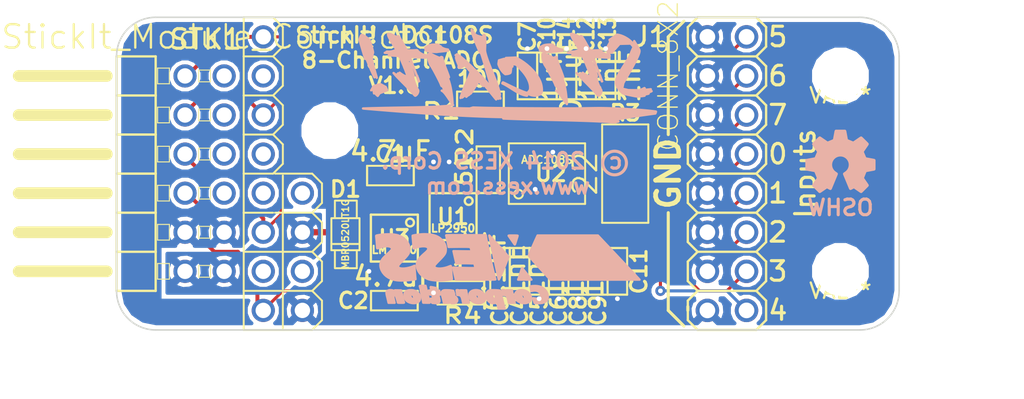
<source format=kicad_pcb>
(kicad_pcb (version 3) (host pcbnew "(2014-02-04 BZR 4659)-product")
  (title_block (title "StickIt! ADC108S") (date "Saturday, March 15, 2014") (rev 1.0) (company "XESS Corp."))
  (layers (15 F.Cu signal) (0 B.Cu signal) (18 B.Paste user) (19 F.Paste user) (20 B.SilkS user) (21 F.SilkS user) (22 B.Mask user) (23 F.Mask user) (28 Edge.Cuts user))
  (net 0 "")
  (net 1 /AVDD)
  (net 2 /DIN)
  (net 3 /DOUT)
  (net 4 /DVDD)
  (net 5 /GND)
  (net 6 /IN0)
  (net 7 /IN1)
  (net 8 /IN2)
  (net 9 /IN3)
  (net 10 /IN4)
  (net 11 /IN5)
  (net 12 /IN6)
  (net 13 /IN7)
  (net 14 /SCLK)
  (net 15 /VCC)
  (net 16 /~CS)
  (net 17 "Net-(C1-Pad1)")
  (net 18 "Net-(C1-Pad2)")
  (net 19 "Net-(C11-Pad1)")
  (net 20 "Net-(C12-Pad1)")
  (net 21 "Net-(C13-Pad1)")
  (net 22 "Net-(C14-Pad1)")
  (net 23 "Net-(C2-Pad1)")
  (net 24 "Net-(C3-Pad2)")
  (net 25 "Net-(C5-Pad1)")
  (net 26 "Net-(C6-Pad1)")
  (net 27 "Net-(C8-Pad1)")
  (net 28 "Net-(C9-Pad1)")
  (net 29 "Net-(J1-Pad+2V5)")
  (net 30 "Net-(J1-Pad+5V0)")
  (net 31 "Net-(J1-PadAIO1)")
  (net 32 "Net-(J1-PadAIO2)")
  (net 33 "Net-(J1-PadAIO3)")
  (net 34 "Net-(J1-PadAIO4)")
  (net 35 "Net-(J1-PadCIO2)")
  (net 36 "Net-(J1-PadCIO4)")
  (net 37 "Net-(J1-PadCIO5)")
  (net 38 "Net-(J1-PadCIO7)")
  (net 39 "Net-(R1-Pad1)")
  (net 40 "Net-(U1-Pad5)")
  (net 41 "Net-(U1-Pad6)")
  (net 42 "Net-(U3-Pad7)")
  (module ssop:SSOP-8 (layer F.Cu) (at 148.844 114.554 180)
    (fp_text reference U1 (at 0 0 180) (layer F.SilkS) (effects (font (size 1.016 1.016) (thickness 0.2032))))
    (fp_text value LP2950 (at 0 -0.762 180) (layer F.SilkS) (effects (font (size 0.5 0.508) (thickness 0.12))))
    (pad 1 smd rect (at -0.9779 2.2225 180) (size 0.4064 1.27) (layers F.Cu F.Paste F.Mask) (net 1 /AVDD))
    (pad 2 smd rect (at -0.3302 2.2225 180) (size 0.4064 1.27) (layers F.Cu F.Paste F.Mask) (net 1 /AVDD))
    (pad 3 smd rect (at 0.3302 2.2225 180) (size 0.4064 1.27) (layers F.Cu F.Paste F.Mask) (net 5 /GND))
    (pad 4 smd rect (at 0.9779 2.2225 180) (size 0.4064 1.27) (layers F.Cu F.Paste F.Mask) (net 5 /GND))
    (pad 5 smd rect (at 0.9779 -2.2225 180) (size 0.4064 1.27) (layers F.Cu F.Paste F.Mask) (net 40 "Net-(U1-Pad5)"))
    (pad 6 smd rect (at 0.3302 -2.2225 180) (size 0.4064 1.27) (layers F.Cu F.Paste F.Mask) (net 41 "Net-(U1-Pad6)"))
    (pad 7 smd rect (at -0.3302 -2.2225 180) (size 0.4064 1.27) (layers F.Cu F.Paste F.Mask) (net 41 "Net-(U1-Pad6)"))
    (pad 8 smd rect (at -0.9779 -2.2225 180) (size 0.4064 1.27) (layers F.Cu F.Paste F.Mask) (net 23 "Net-(C2-Pad1)"))
  )
  (module ssop:SSOP-16 (layer F.Cu) (at 154.94 111.76)
    (fp_text reference U2 (at 0.254 0 180) (layer F.SilkS) (effects (font (size 1.016 1.016) (thickness 0.2032))))
    (fp_text value ADC108S (at 0 -0.89916) (layer F.SilkS) (effects (font (size 0.50038 0.50038) (thickness 0.09906))))
    (pad 4 smd rect (at -0.3175 2.8) (size 0.4 1.4) (layers F.Cu F.Paste F.Mask) (net 25 "Net-(C5-Pad1)"))
    (pad 5 smd rect (at 0.3175 2.8) (size 0.4 1.4) (layers F.Cu F.Paste F.Mask) (net 26 "Net-(C6-Pad1)"))
    (pad 6 smd rect (at 0.9525 2.8) (size 0.4 1.4) (layers F.Cu F.Paste F.Mask) (net 27 "Net-(C8-Pad1)"))
    (pad 7 smd rect (at 1.5875 2.8) (size 0.4 1.4) (layers F.Cu F.Paste F.Mask) (net 28 "Net-(C9-Pad1)"))
    (pad 16 smd rect (at -2.2225 -2.8) (size 0.4 1.4) (layers F.Cu F.Paste F.Mask) (net 14 /SCLK))
    (pad 1 smd rect (at -2.2225 2.8) (size 0.4 1.4) (layers F.Cu F.Paste F.Mask) (net 16 /~CS))
    (pad 2 smd rect (at -1.5875 2.8) (size 0.4 1.4) (layers F.Cu F.Paste F.Mask) (net 1 /AVDD))
    (pad 3 smd rect (at -0.9525 2.8) (size 0.4 1.4) (layers F.Cu F.Paste F.Mask) (net 5 /GND))
    (pad 9 smd rect (at 2.2225 -2.8) (size 0.4 1.4) (layers F.Cu F.Paste F.Mask) (net 20 "Net-(C12-Pad1)"))
    (pad 10 smd rect (at 1.5875 -2.8) (size 0.4 1.4) (layers F.Cu F.Paste F.Mask) (net 21 "Net-(C13-Pad1)"))
    (pad 11 smd rect (at 0.9525 -2.8) (size 0.4 1.4) (layers F.Cu F.Paste F.Mask) (net 22 "Net-(C14-Pad1)"))
    (pad 12 smd rect (at 0.3175 -2.8) (size 0.4 1.4) (layers F.Cu F.Paste F.Mask) (net 5 /GND))
    (pad 13 smd rect (at -0.3175 -2.8) (size 0.4 1.4) (layers F.Cu F.Paste F.Mask) (net 4 /DVDD))
    (pad 14 smd rect (at -0.9525 -2.8) (size 0.4 1.4) (layers F.Cu F.Paste F.Mask) (net 2 /DIN))
    (pad 8 smd rect (at 2.2225 2.8) (size 0.4 1.4) (layers F.Cu F.Paste F.Mask) (net 19 "Net-(C11-Pad1)"))
    (pad 15 smd rect (at -1.5875 -2.8) (size 0.4 1.4) (layers F.Cu F.Paste F.Mask) (net 39 "Net-(R1-Pad1)"))
  )
  (module rcl:rcl-R0603 (layer F.Cu) (at 150.622 107.188 180)
    (fp_text reference R1 (at 2.54 -0.508 180) (layer F.SilkS) (effects (font (size 1.016 1.27) (thickness 0.2032))))
    (fp_text value 100 (at 0.0508 1.5748 180) (layer F.SilkS) (effects (font (size 1.016 1.016) (thickness 0.2032))))
    (pad 1 smd rect (at -0.84836 0 180) (size 0.99822 1.09982) (layers F.Cu F.Paste F.Mask) (net 39 "Net-(R1-Pad1)"))
    (pad 2 smd rect (at 0.84836 0 180) (size 0.99822 1.09982) (layers F.Cu F.Paste F.Mask) (net 3 /DOUT))
  )
  (module rcl:rcl-R0603 (layer F.Cu) (at 151.13 111.506 270)
    (fp_text reference R2 (at -1.524 1.524 270) (layer F.SilkS) (effects (font (size 1.016 1.27) (thickness 0.2032))))
    (fp_text value 51 (at 0.0508 1.5748 270) (layer F.SilkS) (effects (font (size 1.016 1.016) (thickness 0.2032))))
    (pad 1 smd rect (at -0.84836 0 270) (size 0.99822 1.09982) (layers F.Cu F.Paste F.Mask) (net 4 /DVDD))
    (pad 2 smd rect (at 0.84836 0 270) (size 0.99822 1.09982) (layers F.Cu F.Paste F.Mask) (net 1 /AVDD))
  )
  (module pinhead:pinhead-2X08 (layer F.Cu) (at 166.624 111.76 270)
    (fp_text reference J1 (at -8.89 4.953 360) (layer F.SilkS) (effects (font (size 1.27 1.27) (thickness 0.2032))))
    (fp_text value CONN_8X2 (at -6.35 3.81 270) (layer F.SilkS) (effects (font (size 1.27 1.27) (thickness 0.0889))))
    (pad 1 thru_hole circle (at -8.89 1.27 270) (size 1.524 1.524) (drill 1.016) (layers *.Cu *.Mask Dwgs.User) (net 5 /GND))
    (pad 2 thru_hole circle (at -8.89 -1.27 270) (size 1.524 1.524) (drill 1.016) (layers *.Cu *.Mask Dwgs.User) (net 11 /IN5))
    (pad 3 thru_hole circle (at -6.35 1.27 270) (size 1.524 1.524) (drill 1.016) (layers *.Cu *.Mask Dwgs.User) (net 5 /GND))
    (pad 4 thru_hole circle (at -6.35 -1.27 270) (size 1.524 1.524) (drill 1.016) (layers *.Cu *.Mask Dwgs.User) (net 12 /IN6))
    (pad 5 thru_hole circle (at -3.81 1.27 270) (size 1.524 1.524) (drill 1.016) (layers *.Cu *.Mask Dwgs.User) (net 5 /GND))
    (pad 6 thru_hole circle (at -3.81 -1.27 270) (size 1.524 1.524) (drill 1.016) (layers *.Cu *.Mask Dwgs.User) (net 13 /IN7))
    (pad 7 thru_hole circle (at -1.27 1.27 270) (size 1.524 1.524) (drill 1.016) (layers *.Cu *.Mask Dwgs.User) (net 5 /GND))
    (pad 8 thru_hole circle (at -1.27 -1.27 270) (size 1.524 1.524) (drill 1.016) (layers *.Cu *.Mask Dwgs.User) (net 6 /IN0))
    (pad 9 thru_hole circle (at 1.27 1.27 270) (size 1.524 1.524) (drill 1.016) (layers *.Cu *.Mask Dwgs.User) (net 5 /GND))
    (pad 10 thru_hole circle (at 1.27 -1.27 270) (size 1.524 1.524) (drill 1.016) (layers *.Cu *.Mask Dwgs.User) (net 7 /IN1))
    (pad 11 thru_hole circle (at 3.81 1.27 270) (size 1.524 1.524) (drill 1.016) (layers *.Cu *.Mask Dwgs.User) (net 5 /GND))
    (pad 12 thru_hole circle (at 3.81 -1.27 270) (size 1.524 1.524) (drill 1.016) (layers *.Cu *.Mask Dwgs.User) (net 8 /IN2))
    (pad 13 thru_hole circle (at 6.35 1.27 270) (size 1.524 1.524) (drill 1.016) (layers *.Cu *.Mask Dwgs.User) (net 5 /GND))
    (pad 14 thru_hole circle (at 6.35 -1.27 270) (size 1.524 1.524) (drill 1.016) (layers *.Cu *.Mask Dwgs.User) (net 9 /IN3))
    (pad 15 thru_hole circle (at 8.89 1.27 270) (size 1.524 1.524) (drill 1.016) (layers *.Cu *.Mask Dwgs.User) (net 5 /GND))
    (pad 16 thru_hole circle (at 8.89 -1.27 270) (size 1.524 1.524) (drill 1.016) (layers *.Cu *.Mask Dwgs.User) (net 10 /IN4))
  )
  (module sod123:SOD-123 (layer F.Cu) (at 141.859 115.697 270)
    (fp_text reference D1 (at -2.921 0 360) (layer F.SilkS) (effects (font (size 1.016 1.016) (thickness 0.2032))))
    (fp_text value MBR0520LT1G (at 0 0 270) (layer F.SilkS) (effects (font (size 0.4318 0.4318) (thickness 0.0889))))
    (pad 1 smd rect (at -1.6256 -0.0254 270) (size 0.9652 1.27) (layers F.Cu F.Paste F.Mask) (net 15 /VCC))
    (pad 2 smd rect (at 1.651 -0.0254 270) (size 0.9652 1.27) (layers F.Cu F.Paste F.Mask) (net 23 "Net-(C2-Pad1)"))
  )
  (module xess:xess-742C163 (layer F.Cu) (at 160.02 111.76 270)
    (fp_text reference R3 (at -3.937 0 360) (layer F.SilkS) (effects (font (size 1.016 1.016) (thickness 0.2032))))
    (fp_text value 22 (at 0 2.5908 270) (layer F.SilkS))
    (pad 1 smd rect (at -2.79908 0.89916 270) (size 0.49784 0.89916) (layers F.Cu F.Paste F.Mask) (net 20 "Net-(C12-Pad1)"))
    (pad 2 smd rect (at -1.99898 0.89916 270) (size 0.49784 0.89916) (layers F.Cu F.Paste F.Mask) (net 21 "Net-(C13-Pad1)"))
    (pad 3 smd rect (at -1.19888 0.89916 270) (size 0.49784 0.89916) (layers F.Cu F.Paste F.Mask) (net 22 "Net-(C14-Pad1)"))
    (pad 4 smd rect (at -0.39878 0.89916 270) (size 0.49784 0.89916) (layers F.Cu F.Paste F.Mask) (net 25 "Net-(C5-Pad1)"))
    (pad 5 smd rect (at 0.39878 0.89916 270) (size 0.49784 0.89916) (layers F.Cu F.Paste F.Mask) (net 26 "Net-(C6-Pad1)"))
    (pad 6 smd rect (at 1.19888 0.89916 270) (size 0.49784 0.89916) (layers F.Cu F.Paste F.Mask) (net 27 "Net-(C8-Pad1)"))
    (pad 7 smd rect (at 1.99898 0.89916 270) (size 0.49784 0.89916) (layers F.Cu F.Paste F.Mask) (net 28 "Net-(C9-Pad1)"))
    (pad 8 smd rect (at 2.79908 0.89916 270) (size 0.49784 0.89916) (layers F.Cu F.Paste F.Mask) (net 19 "Net-(C11-Pad1)"))
    (pad 9 smd rect (at 2.79908 -0.89916 270) (size 0.49784 0.89916) (layers F.Cu F.Paste F.Mask) (net 10 /IN4))
    (pad 10 smd rect (at 1.99898 -0.89916 270) (size 0.49784 0.89916) (layers F.Cu F.Paste F.Mask) (net 9 /IN3))
    (pad 11 smd rect (at 1.19888 -0.89916 270) (size 0.49784 0.89916) (layers F.Cu F.Paste F.Mask) (net 8 /IN2))
    (pad 12 smd rect (at 0.39878 -0.89916 270) (size 0.49784 0.89916) (layers F.Cu F.Paste F.Mask) (net 7 /IN1))
    (pad 13 smd rect (at -0.39878 -0.89916 270) (size 0.49784 0.89916) (layers F.Cu F.Paste F.Mask) (net 6 /IN0))
    (pad 14 smd rect (at -1.19888 -0.89916 270) (size 0.49784 0.89916) (layers F.Cu F.Paste F.Mask) (net 13 /IN7))
    (pad 15 smd rect (at -1.99898 -0.89916 270) (size 0.49784 0.89916) (layers F.Cu F.Paste F.Mask) (net 12 /IN6))
    (pad 16 smd rect (at -2.79908 -0.89916 270) (size 0.49784 0.89916) (layers F.Cu F.Paste F.Mask) (net 11 /IN5))
  )
  (module rcl:rcl-R0603 (layer F.Cu) (at 149.352 119.507 180)
    (fp_text reference R4 (at -0.1016 -1.4732 180) (layer F.SilkS) (effects (font (size 1.016 1.27) (thickness 0.2032))))
    (fp_text value 1 (at 0.0508 1.5748 180) (layer F.SilkS) (effects (font (size 1.016 1.016) (thickness 0.2032))))
    (pad 1 smd rect (at -0.84836 0 180) (size 0.99822 1.09982) (layers F.Cu F.Paste F.Mask) (net 24 "Net-(C3-Pad2)"))
    (pad 2 smd rect (at 0.84836 0 180) (size 0.99822 1.09982) (layers F.Cu F.Paste F.Mask) (net 5 /GND))
  )
  (module ssop:SSOP-8 (layer F.Cu) (at 145.034 115.951 180)
    (fp_text reference U3 (at 0 0 180) (layer F.SilkS) (effects (font (size 1.016 1.016) (thickness 0.2032))))
    (fp_text value LM2660 (at 0 -0.762 180) (layer F.SilkS) (effects (font (size 0.5 0.508) (thickness 0.12))))
    (pad 1 smd rect (at -0.9779 2.2225 180) (size 0.4064 1.27) (layers F.Cu F.Paste F.Mask) (net 23 "Net-(C2-Pad1)"))
    (pad 2 smd rect (at -0.3302 2.2225 180) (size 0.4064 1.27) (layers F.Cu F.Paste F.Mask) (net 17 "Net-(C1-Pad1)"))
    (pad 3 smd rect (at 0.3302 2.2225 180) (size 0.4064 1.27) (layers F.Cu F.Paste F.Mask) (net 15 /VCC))
    (pad 4 smd rect (at 0.9779 2.2225 180) (size 0.4064 1.27) (layers F.Cu F.Paste F.Mask) (net 18 "Net-(C1-Pad2)"))
    (pad 5 smd rect (at 0.9779 -2.2225 180) (size 0.4064 1.27) (layers F.Cu F.Paste F.Mask) (net 5 /GND))
    (pad 6 smd rect (at 0.3302 -2.2225 180) (size 0.4064 1.27) (layers F.Cu F.Paste F.Mask) (net 5 /GND))
    (pad 7 smd rect (at -0.3302 -2.2225 180) (size 0.4064 1.27) (layers F.Cu F.Paste F.Mask) (net 42 "Net-(U3-Pad7)"))
    (pad 8 smd rect (at -0.9779 -2.2225 180) (size 0.4064 1.27) (layers F.Cu F.Paste F.Mask) (net 23 "Net-(C2-Pad1)"))
  )
  (module rcl:rcl-C0603 (layer F.Cu) (at 156.21 105.41 90)
    (fp_text reference C14 (at 2.667 0 90) (layer F.SilkS) (effects (font (size 1.016 0.762) (thickness 0.1905))))
    (fp_text value 1nF (at 0 1.5748 90) (layer F.SilkS) (effects (font (size 1.27 1.27) (thickness 0.2032))))
    (pad 1 smd rect (at -0.84836 0 90) (size 1.09982 0.99822) (layers F.Cu F.Paste F.Mask) (net 22 "Net-(C14-Pad1)"))
    (pad 2 smd rect (at 0.84836 0 90) (size 1.09982 0.99822) (layers F.Cu F.Paste F.Mask) (net 5 /GND))
  )
  (module rcl:rcl-C0603 (layer F.Cu) (at 157.48 105.41 90)
    (fp_text reference C13 (at 2.667 1.397 90) (layer F.SilkS) (effects (font (size 1.016 0.762) (thickness 0.1905))))
    (fp_text value 1nF (at 0 1.5748 90) (layer F.SilkS) (effects (font (size 1.27 1.27) (thickness 0.2032))))
    (pad 1 smd rect (at -0.84836 0 90) (size 1.09982 0.99822) (layers F.Cu F.Paste F.Mask) (net 21 "Net-(C13-Pad1)"))
    (pad 2 smd rect (at 0.84836 0 90) (size 1.09982 0.99822) (layers F.Cu F.Paste F.Mask) (net 5 /GND))
  )
  (module rcl:rcl-C0603 (layer F.Cu) (at 158.75 105.41 90)
    (fp_text reference C12 (at 2.667 -1.27 90) (layer F.SilkS) (effects (font (size 1.016 0.762) (thickness 0.1905))))
    (fp_text value 1nF (at 0 1.5748 90) (layer F.SilkS) (effects (font (size 1.27 1.27) (thickness 0.2032))))
    (pad 1 smd rect (at -0.84836 0 90) (size 1.09982 0.99822) (layers F.Cu F.Paste F.Mask) (net 20 "Net-(C12-Pad1)"))
    (pad 2 smd rect (at 0.84836 0 90) (size 1.09982 0.99822) (layers F.Cu F.Paste F.Mask) (net 5 /GND))
  )
  (module rcl:rcl-C0603 (layer F.Cu) (at 159.512 118.11 270)
    (fp_text reference C11 (at 0 -1.397 270) (layer F.SilkS) (effects (font (size 1.016 1.016) (thickness 0.2032))))
    (fp_text value 1nF (at 0 1.5748 270) (layer F.SilkS) (effects (font (size 1.27 1.27) (thickness 0.2032))))
    (pad 1 smd rect (at -0.84836 0 270) (size 1.09982 0.99822) (layers F.Cu F.Paste F.Mask) (net 19 "Net-(C11-Pad1)"))
    (pad 2 smd rect (at 0.84836 0 270) (size 1.09982 0.99822) (layers F.Cu F.Paste F.Mask) (net 5 /GND))
  )
  (module rcl:rcl-C0603 (layer F.Cu) (at 154.94 105.41 90)
    (fp_text reference C10 (at 2.667 0 90) (layer F.SilkS) (effects (font (size 1.016 0.762) (thickness 0.1905))))
    (fp_text value 0.1uF (at 0 1.5748 90) (layer F.SilkS) (effects (font (size 1.27 1.27) (thickness 0.2032))))
    (pad 1 smd rect (at -0.84836 0 90) (size 1.09982 0.99822) (layers F.Cu F.Paste F.Mask) (net 4 /DVDD))
    (pad 2 smd rect (at 0.84836 0 90) (size 1.09982 0.99822) (layers F.Cu F.Paste F.Mask) (net 5 /GND))
  )
  (module rcl:rcl-C0603 (layer F.Cu) (at 158.242 118.11 270)
    (fp_text reference C9 (at 2.54 0 270) (layer F.SilkS) (effects (font (size 1.016 1.016) (thickness 0.2032))))
    (fp_text value 1nF (at 0 1.5748 270) (layer F.SilkS) (effects (font (size 1.27 1.27) (thickness 0.2032))))
    (pad 1 smd rect (at -0.84836 0 270) (size 1.09982 0.99822) (layers F.Cu F.Paste F.Mask) (net 28 "Net-(C9-Pad1)"))
    (pad 2 smd rect (at 0.84836 0 270) (size 1.09982 0.99822) (layers F.Cu F.Paste F.Mask) (net 5 /GND))
  )
  (module rcl:rcl-C0603 (layer F.Cu) (at 156.972 118.11 270)
    (fp_text reference C8 (at 2.54 0 270) (layer F.SilkS) (effects (font (size 1.016 1.016) (thickness 0.2032))))
    (fp_text value 1nF (at 0 1.5748 270) (layer F.SilkS) (effects (font (size 1.27 1.27) (thickness 0.2032))))
    (pad 1 smd rect (at -0.84836 0 270) (size 1.09982 0.99822) (layers F.Cu F.Paste F.Mask) (net 27 "Net-(C8-Pad1)"))
    (pad 2 smd rect (at 0.84836 0 270) (size 1.09982 0.99822) (layers F.Cu F.Paste F.Mask) (net 5 /GND))
  )
  (module rcl:rcl-C0603 (layer F.Cu) (at 153.67 105.41 90)
    (fp_text reference C7 (at 2.54 0 90) (layer F.SilkS) (effects (font (size 1.016 1.016) (thickness 0.2032))))
    (fp_text value 1uF (at 0 1.5748 90) (layer F.SilkS) (effects (font (size 1.27 1.27) (thickness 0.2032))))
    (pad 1 smd rect (at -0.84836 0 90) (size 1.09982 0.99822) (layers F.Cu F.Paste F.Mask) (net 4 /DVDD))
    (pad 2 smd rect (at 0.84836 0 90) (size 1.09982 0.99822) (layers F.Cu F.Paste F.Mask) (net 5 /GND))
  )
  (module rcl:rcl-C0603 (layer F.Cu) (at 155.702 118.11 270)
    (fp_text reference C6 (at 2.54 0 270) (layer F.SilkS) (effects (font (size 1.016 1.016) (thickness 0.2032))))
    (fp_text value 1nF (at 0 1.5748 270) (layer F.SilkS) (effects (font (size 1.27 1.27) (thickness 0.2032))))
    (pad 1 smd rect (at -0.84836 0 270) (size 1.09982 0.99822) (layers F.Cu F.Paste F.Mask) (net 26 "Net-(C6-Pad1)"))
    (pad 2 smd rect (at 0.84836 0 270) (size 1.09982 0.99822) (layers F.Cu F.Paste F.Mask) (net 5 /GND))
  )
  (module rcl:rcl-C0603 (layer F.Cu) (at 154.432 118.11 270)
    (fp_text reference C5 (at 2.54 0 270) (layer F.SilkS) (effects (font (size 1.016 1.016) (thickness 0.2032))))
    (fp_text value 1nF (at 0 1.5748 270) (layer F.SilkS) (effects (font (size 1.27 1.27) (thickness 0.2032))))
    (pad 1 smd rect (at -0.84836 0 270) (size 1.09982 0.99822) (layers F.Cu F.Paste F.Mask) (net 25 "Net-(C5-Pad1)"))
    (pad 2 smd rect (at 0.84836 0 270) (size 1.09982 0.99822) (layers F.Cu F.Paste F.Mask) (net 5 /GND))
  )
  (module rcl:rcl-C0603 (layer F.Cu) (at 153.162 118.11 270)
    (fp_text reference C4 (at 2.54 0 270) (layer F.SilkS) (effects (font (size 1.016 1.016) (thickness 0.2032))))
    (fp_text value 0.1uF (at 0 1.5748 270) (layer F.SilkS) (effects (font (size 1.27 1.27) (thickness 0.2032))))
    (pad 1 smd rect (at -0.84836 0 270) (size 1.09982 0.99822) (layers F.Cu F.Paste F.Mask) (net 1 /AVDD))
    (pad 2 smd rect (at 0.84836 0 270) (size 1.09982 0.99822) (layers F.Cu F.Paste F.Mask) (net 24 "Net-(C3-Pad2)"))
  )
  (module rcl:rcl-C0603 (layer F.Cu) (at 151.892 118.11 270)
    (fp_text reference C3 (at 2.54 0 270) (layer F.SilkS) (effects (font (size 1.016 1.016) (thickness 0.2032))))
    (fp_text value 1.0uF (at 0 1.5748 270) (layer F.SilkS) (effects (font (size 1.27 1.27) (thickness 0.2032))))
    (pad 1 smd rect (at -0.84836 0 270) (size 1.09982 0.99822) (layers F.Cu F.Paste F.Mask) (net 1 /AVDD))
    (pad 2 smd rect (at 0.84836 0 270) (size 1.09982 0.99822) (layers F.Cu F.Paste F.Mask) (net 24 "Net-(C3-Pad2)"))
  )
  (module rcl:rcl-C0603 (layer F.Cu) (at 145.034 120.015 180)
    (fp_text reference C2 (at 2.667 0 180) (layer F.SilkS) (effects (font (size 1.016 1.016) (thickness 0.2032))))
    (fp_text value 4.7uF (at 0 1.5748 180) (layer F.SilkS) (effects (font (size 1.27 1.27) (thickness 0.2032))))
    (pad 1 smd rect (at -0.84836 0 180) (size 1.09982 0.99822) (layers F.Cu F.Paste F.Mask) (net 23 "Net-(C2-Pad1)"))
    (pad 2 smd rect (at 0.84836 0 180) (size 1.09982 0.99822) (layers F.Cu F.Paste F.Mask) (net 5 /GND))
  )
  (module rcl:rcl-C0603 (layer F.Cu) (at 144.78 111.887 180)
    (fp_text reference C1 (at 0 1.397 180) (layer F.SilkS) (effects (font (size 1.016 1.016) (thickness 0.2032))))
    (fp_text value 4.7uF (at 0 1.5748 180) (layer F.SilkS) (effects (font (size 1.27 1.27) (thickness 0.2032))))
    (pad 1 smd rect (at -0.84836 0 180) (size 1.09982 0.99822) (layers F.Cu F.Paste F.Mask) (net 17 "Net-(C1-Pad1)"))
    (pad 2 smd rect (at 0.84836 0 180) (size 1.09982 0.99822) (layers F.Cu F.Paste F.Mask) (net 18 "Net-(C1-Pad2)"))
  )
  (module xess:xess-STICKIT-HEADER1 (layer F.Cu) (at 133.985 102.87)
    (fp_text reference STK1 (at -1.2 0.16) (layer F.SilkS) (effects (font (size 1.27 1.27) (thickness 0.2032))))
    (fp_text value StickIt_Module_Connector (at 0 0) (layer F.SilkS))
    (pad +2V5 thru_hole circle (at 5.08 15.24) (size 1.50622 1.50622) (drill 0.99822) (layers *.Cu *.Mask Dwgs.User) (net 29 "Net-(J1-Pad+2V5)"))
    (pad +3V3 thru_hole circle (at 5.08 12.7) (size 1.50622 1.50622) (drill 0.99822) (layers *.Cu *.Mask Dwgs.User) (net 15 /VCC))
    (pad +5V0 thru_hole circle (at 5.08 10.16) (size 1.50622 1.50622) (drill 0.99822) (layers *.Cu *.Mask Dwgs.User) (net 30 "Net-(J1-Pad+5V0)"))
    (pad CIO1 thru_hole circle (at 2.54 17.78) (size 1.50622 1.50622) (drill 0.99822) (layers *.Cu *.Mask Dwgs.User) (net 16 /~CS))
    (pad CIO2 thru_hole circle (at 2.54 15.24) (size 1.50622 1.50622) (drill 0.99822) (layers *.Cu *.Mask Dwgs.User) (net 35 "Net-(J1-PadCIO2)"))
    (pad CIO3 thru_hole circle (at 2.54 12.7) (size 1.50622 1.50622) (drill 0.99822) (layers *.Cu *.Mask Dwgs.User) (net 2 /DIN))
    (pad CIO4 thru_hole circle (at 2.54 10.16) (size 1.50622 1.50622) (drill 0.99822) (layers *.Cu *.Mask Dwgs.User) (net 36 "Net-(J1-PadCIO4)"))
    (pad CIO5 thru_hole circle (at 2.54 7.62) (size 1.50622 1.50622) (drill 0.99822) (layers *.Cu *.Mask Dwgs.User) (net 37 "Net-(J1-PadCIO5)"))
    (pad CIO6 thru_hole circle (at 2.54 5.08) (size 1.50622 1.50622) (drill 0.99822) (layers *.Cu *.Mask Dwgs.User) (net 14 /SCLK))
    (pad CIO7 thru_hole circle (at 2.54 2.54) (size 1.50622 1.50622) (drill 0.99822) (layers *.Cu *.Mask Dwgs.User) (net 38 "Net-(J1-PadCIO7)"))
    (pad CIO8 thru_hole circle (at 2.54 0) (size 1.50622 1.50622) (drill 0.99822) (layers *.Cu *.Mask Dwgs.User) (net 3 /DOUT))
    (pad AGND thru_hole circle (at 0 12.7) (size 1.50622 1.50622) (drill 0.99822) (layers *.Cu *.Mask Dwgs.User) (net 5 /GND))
    (pad AIO1 thru_hole circle (at 0 2.54) (size 1.50622 1.50622) (drill 0.99822) (layers *.Cu *.Mask Dwgs.User) (net 31 "Net-(J1-PadAIO1)"))
    (pad AIO2 thru_hole circle (at 0 5.08) (size 1.50622 1.50622) (drill 0.99822) (layers *.Cu *.Mask Dwgs.User) (net 32 "Net-(J1-PadAIO2)"))
    (pad AIO3 thru_hole circle (at 0 7.62) (size 1.50622 1.50622) (drill 0.99822) (layers *.Cu *.Mask Dwgs.User) (net 33 "Net-(J1-PadAIO3)"))
    (pad AIO4 thru_hole circle (at 0 10.16) (size 1.50622 1.50622) (drill 0.99822) (layers *.Cu *.Mask Dwgs.User) (net 34 "Net-(J1-PadAIO4)"))
    (pad APWR thru_hole circle (at 0 15.24) (size 1.50622 1.50622) (drill 0.99822) (layers *.Cu *.Mask Dwgs.User) (net 15 /VCC))
    (pad BGND thru_hole circle (at -2.54 12.7) (size 1.50622 1.50622) (drill 0.99822) (layers *.Cu *.Mask Dwgs.User) (net 5 /GND))
    (pad BIO1 thru_hole circle (at -2.54 2.54) (size 1.50622 1.50622) (drill 0.99822) (layers *.Cu *.Mask Dwgs.User) (net 3 /DOUT))
    (pad BIO2 thru_hole circle (at -2.54 5.08) (size 1.50622 1.50622) (drill 0.99822) (layers *.Cu *.Mask Dwgs.User) (net 14 /SCLK))
    (pad BIO3 thru_hole circle (at -2.54 7.62) (size 1.50622 1.50622) (drill 0.99822) (layers *.Cu *.Mask Dwgs.User) (net 2 /DIN))
    (pad BIO4 thru_hole circle (at -2.54 10.16) (size 1.50622 1.50622) (drill 0.99822) (layers *.Cu *.Mask Dwgs.User) (net 16 /~CS))
    (pad BPWR thru_hole circle (at -2.54 15.24) (size 1.50622 1.50622) (drill 0.99822) (layers *.Cu *.Mask Dwgs.User) (net 15 /VCC))
    (pad CGND thru_hole circle (at 5.08 17.78) (size 1.50622 1.50622) (drill 0.99822) (layers *.Cu *.Mask Dwgs.User) (net 5 /GND))
    (pad "" np_thru_hole circle (at 6.858 6.096) (size 3.175 3.175) (drill 3.175) (layers *.Cu *.Mask Dwgs.User))
  )
  (module xess:HOLE (layer F.Cu) (at 173.99 105.41)
    (fp_text reference H1 (at 0 0) (layer F.SilkS))
    (fp_text value VAL** (at 0 1.27) (layer F.SilkS))
    (pad "" np_thru_hole circle (at 0 0) (size 3.175 3.175) (drill 3.175) (layers *.Cu *.Mask Dwgs.User))
  )
  (module xess:HOLE (layer F.Cu) (at 173.99 118.11)
    (fp_text reference H2 (at 0 0) (layer F.SilkS))
    (fp_text value VAL** (at 0 1.27) (layer F.SilkS))
    (pad "" np_thru_hole circle (at 0 0) (size 3.175 3.175) (drill 3.175) (layers *.Cu *.Mask Dwgs.User))
  )
  (module modules:xesscorp2 (layer B.Cu) (at 152.4 118.11)
    (fp_text reference "" (at 0 0) (layer B.SilkS) (effects (justify mirror)))
    (fp_text value "" (at 0 0) (layer B.SilkS) (effects (justify mirror)))
  )
  (module modules:stickit2 (layer B.Cu) (at 152.4 105.41)
    (fp_text reference "" (at 0 0) (layer B.SilkS) (effects (justify mirror)))
    (fp_text value "" (at 0 0) (layer B.SilkS) (effects (justify mirror)))
  )
  (module modules:oshw-logo2 (layer B.Cu) (at 173.99 110.96)
    (fp_text reference "" (at 0.69 1.09) (layer B.SilkS) (effects (justify mirror)))
    (fp_text value "" (at 0 0) (layer B.SilkS) (effects (justify mirror)))
  )
  (gr_circle (center 159.33 111.07) (end 160.07 111.28) (layer B.SilkS) (width 0.2))
  (gr_text OSHW (at 173.99 113.97) (layer B.SilkS) (effects (font (size 1.016 1.016) (thickness 0.2032)) (justify mirror)))
  (gr_text " c  2014 XESS Corp.\nwww.xess.com" (at 152.4 111.76) (layer B.SilkS) (effects (font (size 1.016 1.016) (thickness 0.2032)) (justify mirror)))
  (gr_text "StickIt! ADC108S\n8-Channel ADC\nV1.0" (at 145.034 104.394) (layer F.SilkS) (effects (font (size 1.016 1.016) (thickness 0.2032))))
  (gr_text 4 (at 169.926 120.65) (layer F.SilkS) (effects (font (size 1.27 1.27) (thickness 0.2032))))
  (gr_text 3 (at 169.926 118.11) (layer F.SilkS) (effects (font (size 1.27 1.27) (thickness 0.2032))))
  (gr_text 2 (at 169.926 115.57) (layer F.SilkS) (effects (font (size 1.27 1.27) (thickness 0.2032))))
  (gr_text 1 (at 169.926 113.03) (layer F.SilkS) (effects (font (size 1.27 1.27) (thickness 0.2032))))
  (gr_text 0 (at 169.926 110.49) (layer F.SilkS) (effects (font (size 1.27 1.27) (thickness 0.2032))))
  (gr_text 7 (at 169.926 107.95) (layer F.SilkS) (effects (font (size 1.27 1.27) (thickness 0.2032))))
  (gr_text 6 (at 169.926 105.41) (layer F.SilkS) (effects (font (size 1.27 1.27) (thickness 0.2032))))
  (gr_text 5 (at 169.926 102.87) (layer F.SilkS) (effects (font (size 1.27 1.27) (thickness 0.2032))))
  (gr_text Inputs (at 171.704 111.76 90) (layer F.SilkS) (effects (font (size 1.27 1.27) (thickness 0.2032))))
  (gr_line (start 162.814 120.65) (end 163.83 121.666) (angle 90) (layer F.SilkS) (width 0.2))
  (gr_line (start 164.084 120.396) (end 164.084 120.65) (angle 90) (layer F.SilkS) (width 0.2))
  (gr_line (start 162.814 114.3) (end 162.814 120.65) (angle 90) (layer F.SilkS) (width 0.2))
  (gr_line (start 162.814 102.87) (end 163.83 101.854) (angle 90) (layer F.SilkS) (width 0.2))
  (gr_line (start 162.814 109.22) (end 162.814 102.87) (angle 90) (layer F.SilkS) (width 0.2))
  (gr_text GND (at 162.814 111.76 90) (layer F.SilkS) (effects (font (size 1.5 1.5) (thickness 0.3048))))
  (gr_line (start 129.54 121.92) (end 175.26 121.92) (angle 90) (layer Edge.Cuts) (width 0.1))
  (gr_line (start 175.26 101.6) (end 129.54 101.6) (angle 90) (layer Edge.Cuts) (width 0.1))
  (gr_arc (start 129.54 119.38) (end 127 119.38) (angle -90) (layer Edge.Cuts) (width 0.1))
  (gr_arc (start 129.54 104.14) (end 129.54 101.6) (angle -90) (layer Edge.Cuts) (width 0.1))
  (gr_line (start 127 104.14) (end 127 119.38) (angle 90) (layer Edge.Cuts) (width 0.1))
  (gr_line (start 177.8 104.14) (end 177.8 119.38) (angle 90) (layer Edge.Cuts) (width 0.1))
  (gr_arc (start 175.26 104.14) (end 175.26 101.6) (angle 90) (layer Edge.Cuts) (width 0.1))
  (gr_arc (start 175.26 119.38) (end 177.8 119.38) (angle 90) (layer Edge.Cuts) (width 0.1))
  (segment (start 153.162 117.23624) (end 151.892 117.23624) (width 0.4064) (layer F.Cu) (net 1))
  (segment (start 153.3525 114.56) (end 153.3525 115.6335) (width 0.4064) (layer F.Cu) (net 1))
  (segment (start 153.3525 115.6335) (end 153.162 115.824) (width 0.4064) (layer F.Cu) (net 1))
  (segment (start 153.162 115.824) (end 153.162 117.26164) (width 0.4064) (layer F.Cu) (net 1))
  (segment (start 153.3525 112.9665) (end 153.3525 114.56) (width 0.4064) (layer F.Cu) (net 1))
  (segment (start 151.31034 112.3315) (end 151.384 112.25784) (width 0.4064) (layer F.Cu) (net 1))
  (segment (start 151.384 112.25784) (end 152.64384 112.25784) (width 0.4064) (layer F.Cu) (net 1))
  (segment (start 152.64384 112.25784) (end 153.3525 112.9665) (width 0.4064) (layer F.Cu) (net 1))
  (segment (start 149.8219 112.3315) (end 151.31034 112.3315) (width 0.4064) (layer F.Cu) (net 1))
  (segment (start 149.1742 112.3315) (end 149.8219 112.3315) (width 0.4064) (layer F.Cu) (net 1))
  (segment (start 139.7 111.887) (end 139.954 111.887) (width 0.2032) (layer F.Cu) (net 2))
  (segment (start 144.272 109.728) (end 142.113 111.887) (width 0.2032) (layer F.Cu) (net 2))
  (segment (start 151.892 109.728) (end 146.939 109.728) (width 0.2032) (layer F.Cu) (net 2))
  (segment (start 146.939 109.728) (end 144.272 109.728) (width 0.2032) (layer F.Cu) (net 2))
  (segment (start 152.4 110.236) (end 151.892 109.728) (width 0.2032) (layer F.Cu) (net 2))
  (segment (start 153.67 110.236) (end 152.4 110.236) (width 0.2032) (layer F.Cu) (net 2))
  (segment (start 139.7 111.887) (end 138.43 111.887) (width 0.2032) (layer F.Cu) (net 2))
  (segment (start 140.97 111.887) (end 139.954 111.887) (width 0.2032) (layer F.Cu) (net 2))
  (segment (start 142.113 111.887) (end 140.97 111.887) (width 0.2032) (layer F.Cu) (net 2))
  (segment (start 138.43 111.887) (end 137.668 112.522) (width 0.2032) (layer F.Cu) (net 2))
  (segment (start 137.668 112.522) (end 137.668 114.427) (width 0.2032) (layer F.Cu) (net 2))
  (segment (start 136.525 115.57) (end 137.668 114.427) (width 0.2032) (layer F.Cu) (net 2))
  (segment (start 153.9875 109.9185) (end 153.67 110.236) (width 0.2032) (layer F.Cu) (net 2))
  (segment (start 153.9875 109.9185) (end 153.9875 108.96) (width 0.2032) (layer F.Cu) (net 2))
  (segment (start 131.445 110.49) (end 131.445 110.617) (width 0.254) (layer F.Cu) (net 2))
  (segment (start 136.525 114.681) (end 136.525 115.57) (width 0.254) (layer F.Cu) (net 2))
  (segment (start 135.382 113.538) (end 136.525 114.681) (width 0.254) (layer F.Cu) (net 2))
  (segment (start 135.382 112.522) (end 135.382 113.538) (width 0.254) (layer F.Cu) (net 2))
  (segment (start 134.62 111.76) (end 135.382 112.522) (width 0.254) (layer F.Cu) (net 2))
  (segment (start 132.588 111.76) (end 134.62 111.76) (width 0.254) (layer F.Cu) (net 2))
  (segment (start 131.445 110.617) (end 132.588 111.76) (width 0.254) (layer F.Cu) (net 2))
  (segment (start 141.478 102.87) (end 144.018 102.87) (width 0.2032) (layer F.Cu) (net 3))
  (segment (start 149.77364 107.188) (end 148.336 107.188) (width 0.2032) (layer F.Cu) (net 3))
  (segment (start 148.336 107.188) (end 144.018 102.87) (width 0.2032) (layer F.Cu) (net 3))
  (segment (start 141.478 102.87) (end 136.525 102.87) (width 0.2032) (layer F.Cu) (net 3))
  (segment (start 131.445 105.41) (end 131.572 105.41) (width 0.254) (layer F.Cu) (net 3))
  (segment (start 134.112 102.87) (end 136.525 102.87) (width 0.254) (layer F.Cu) (net 3))
  (segment (start 131.572 105.41) (end 134.112 102.87) (width 0.254) (layer F.Cu) (net 3))
  (segment (start 151.13 110.75416) (end 153.91384 110.75416) (width 0.4064) (layer F.Cu) (net 4))
  (segment (start 154.94 106.16184) (end 154.94 107.188) (width 0.4064) (layer F.Cu) (net 4))
  (segment (start 154.94 107.188) (end 154.6225 107.5055) (width 0.4064) (layer F.Cu) (net 4))
  (segment (start 153.67 106.16184) (end 154.94 106.16184) (width 0.4064) (layer F.Cu) (net 4))
  (segment (start 154.6225 107.5055) (end 154.6225 108.706) (width 0.4064) (layer F.Cu) (net 4))
  (segment (start 154.6225 110.0455) (end 154.6225 108.706) (width 0.4064) (layer F.Cu) (net 4))
  (segment (start 153.91384 110.75416) (end 154.6225 110.0455) (width 0.4064) (layer F.Cu) (net 4))
  (segment (start 155.2575 108.96) (end 155.2575 110.2995) (width 0.4064) (layer F.Cu) (net 5))
  (segment (start 155.321 110.363) (end 155.3845 110.2995) (width 0.4064) (layer F.Cu) (net 5))
  (via (at 155.321 110.363) (size 0.6604) (layers F.Cu B.Cu) (net 5))
  (segment (start 155.2575 110.2995) (end 155.321 110.363) (width 0.4064) (layer F.Cu) (net 5))
  (segment (start 148.50364 119.507) (end 147.574 119.507) (width 0.4064) (layer F.Cu) (net 5))
  (via (at 147.574 119.507) (size 0.6604) (layers F.Cu B.Cu) (net 5))
  (segment (start 144.7038 118.1735) (end 144.0561 118.1735) (width 0.4064) (layer F.Cu) (net 5))
  (segment (start 144.0561 118.1735) (end 143.4465 118.1735) (width 0.4064) (layer F.Cu) (net 5))
  (via (at 143.383 118.11) (size 0.6604) (layers F.Cu B.Cu) (net 5))
  (segment (start 143.4465 118.1735) (end 143.383 118.11) (width 0.4064) (layer F.Cu) (net 5))
  (segment (start 144.0561 118.1735) (end 144.0561 119.91086) (width 0.4064) (layer F.Cu) (net 5))
  (segment (start 144.0561 119.91086) (end 144.16024 120.015) (width 0.4064) (layer F.Cu) (net 5))
  (segment (start 159.512 118.86184) (end 159.512 119.888) (width 0.2032) (layer F.Cu) (net 5))
  (via (at 159.512 119.888) (size 0.6604) (layers F.Cu B.Cu) (net 5))
  (segment (start 158.242 118.86184) (end 158.242 119.888) (width 0.2032) (layer F.Cu) (net 5))
  (via (at 158.242 119.888) (size 0.6604) (layers F.Cu B.Cu) (net 5))
  (segment (start 156.972 118.86184) (end 156.972 119.888) (width 0.2032) (layer F.Cu) (net 5))
  (via (at 156.972 119.888) (size 0.6604) (layers F.Cu B.Cu) (net 5))
  (segment (start 155.702 118.86184) (end 155.702 119.888) (width 0.2032) (layer F.Cu) (net 5))
  (via (at 155.702 119.888) (size 0.6604) (layers F.Cu B.Cu) (net 5))
  (segment (start 154.432 118.86184) (end 154.432 119.888) (width 0.2032) (layer F.Cu) (net 5))
  (via (at 154.432 119.888) (size 0.6604) (layers F.Cu B.Cu) (net 5))
  (segment (start 154.94 104.65816) (end 154.94 103.632) (width 0.4064) (layer F.Cu) (net 5))
  (via (at 154.94 103.632) (size 0.6604) (layers F.Cu B.Cu) (net 5))
  (segment (start 153.67 104.65816) (end 153.67 103.632) (width 0.4064) (layer F.Cu) (net 5))
  (via (at 153.67 103.632) (size 0.6604) (layers F.Cu B.Cu) (net 5))
  (segment (start 147.8661 112.3315) (end 147.8661 111.2901) (width 0.4064) (layer F.Cu) (net 5))
  (segment (start 147.8661 111.2901) (end 147.574 110.998) (width 0.4064) (layer F.Cu) (net 5))
  (via (at 147.574 110.998) (size 0.6604) (layers F.Cu B.Cu) (net 5))
  (segment (start 148.5138 112.3315) (end 148.5138 111.0742) (width 0.4064) (layer F.Cu) (net 5))
  (segment (start 148.5138 111.0742) (end 148.59 110.998) (width 0.4064) (layer F.Cu) (net 5))
  (via (at 148.59 110.998) (size 0.6604) (layers F.Cu B.Cu) (net 5))
  (segment (start 153.9875 114.56) (end 153.9875 112.9665) (width 0.4064) (layer F.Cu) (net 5))
  (segment (start 153.9875 112.9665) (end 154.178 112.776) (width 0.4064) (layer F.Cu) (net 5))
  (via (at 154.178 112.776) (size 0.6604) (layers F.Cu B.Cu) (net 5))
  (segment (start 156.21 104.65816) (end 156.21 103.632) (width 0.2032) (layer F.Cu) (net 5))
  (via (at 156.21 103.632) (size 0.6604) (layers F.Cu B.Cu) (net 5))
  (segment (start 157.48 104.65816) (end 157.48 103.632) (width 0.2032) (layer F.Cu) (net 5))
  (via (at 157.48 103.632) (size 0.6604) (layers F.Cu B.Cu) (net 5))
  (segment (start 158.75 104.65816) (end 158.75 103.632) (width 0.2032) (layer F.Cu) (net 5))
  (via (at 158.75 103.632) (size 0.6604) (layers F.Cu B.Cu) (net 5))
  (segment (start 160.91916 111.36122) (end 164.19322 111.36122) (width 0.2032) (layer F.Cu) (net 6))
  (segment (start 166.624 111.76) (end 167.894 110.49) (width 0.2032) (layer F.Cu) (net 6))
  (segment (start 164.592 111.76) (end 166.624 111.76) (width 0.2032) (layer F.Cu) (net 6))
  (segment (start 164.19322 111.36122) (end 164.592 111.76) (width 0.2032) (layer F.Cu) (net 6))
  (segment (start 160.91916 112.15878) (end 162.45078 112.15878) (width 0.2032) (layer F.Cu) (net 7))
  (segment (start 164.846 114.3) (end 165.862 114.3) (width 0.2032) (layer F.Cu) (net 7))
  (segment (start 166.624 114.3) (end 167.894 113.03) (width 0.2032) (layer F.Cu) (net 7))
  (segment (start 165.862 114.3) (end 166.624 114.3) (width 0.2032) (layer F.Cu) (net 7))
  (segment (start 164.592 114.3) (end 164.846 114.3) (width 0.2032) (layer F.Cu) (net 7))
  (segment (start 162.45078 112.15878) (end 164.592 114.3) (width 0.2032) (layer F.Cu) (net 7))
  (segment (start 160.91916 112.95888) (end 162.36188 112.95888) (width 0.2032) (layer F.Cu) (net 8))
  (segment (start 164.846 116.84) (end 166.116 116.84) (width 0.2032) (layer F.Cu) (net 8))
  (segment (start 166.624 116.84) (end 167.894 115.57) (width 0.2032) (layer F.Cu) (net 8))
  (segment (start 166.116 116.84) (end 166.624 116.84) (width 0.2032) (layer F.Cu) (net 8))
  (segment (start 163.83 115.824) (end 164.846 116.84) (width 0.2032) (layer F.Cu) (net 8))
  (segment (start 163.83 114.427) (end 163.83 115.824) (width 0.2032) (layer F.Cu) (net 8))
  (segment (start 162.36188 112.95888) (end 163.83 114.427) (width 0.2032) (layer F.Cu) (net 8))
  (segment (start 161.76498 113.75898) (end 162.01898 113.75898) (width 0.2032) (layer F.Cu) (net 9))
  (segment (start 163.068 117.602) (end 164.846 119.38) (width 0.2032) (layer F.Cu) (net 9))
  (segment (start 163.068 114.808) (end 163.068 117.602) (width 0.2032) (layer F.Cu) (net 9))
  (segment (start 162.01898 113.75898) (end 163.068 114.808) (width 0.2032) (layer F.Cu) (net 9))
  (segment (start 160.91916 113.75898) (end 161.76498 113.75898) (width 0.2032) (layer F.Cu) (net 9))
  (segment (start 161.68116 113.75898) (end 161.76498 113.75898) (width 0.2032) (layer F.Cu) (net 9))
  (segment (start 164.846 119.38) (end 166.624 119.38) (width 0.2032) (layer F.Cu) (net 9))
  (segment (start 166.624 119.38) (end 167.894 118.11) (width 0.2032) (layer F.Cu) (net 9))
  (segment (start 164.846 119.38) (end 164.846 119.38) (width 0.2032) (layer F.Cu) (net 9))
  (segment (start 161.79292 114.55908) (end 161.80308 114.55908) (width 0.2032) (layer F.Cu) (net 10))
  (segment (start 160.91916 114.55908) (end 161.79292 114.55908) (width 0.2032) (layer F.Cu) (net 10))
  (segment (start 162.306 115.062) (end 162.306 119.38) (width 0.2032) (layer F.Cu) (net 10))
  (segment (start 161.80308 114.55908) (end 162.306 115.062) (width 0.2032) (layer F.Cu) (net 10))
  (segment (start 162.29584 119.38) (end 162.306 119.38) (width 0.2032) (layer F.Cu) (net 10))
  (segment (start 166.624 119.38) (end 167.894 120.65) (width 0.2032) (layer B.Cu) (net 10))
  (segment (start 162.306 119.38) (end 166.624 119.38) (width 0.2032) (layer B.Cu) (net 10))
  (via (at 162.306 119.38) (size 0.6604) (layers F.Cu B.Cu) (net 10))
  (segment (start 160.91916 108.96092) (end 161.67608 108.96092) (width 0.2032) (layer F.Cu) (net 11))
  (segment (start 164.846 104.14) (end 165.862 104.14) (width 0.2032) (layer F.Cu) (net 11))
  (segment (start 166.624 104.14) (end 167.894 102.87) (width 0.2032) (layer F.Cu) (net 11))
  (segment (start 165.862 104.14) (end 166.624 104.14) (width 0.2032) (layer F.Cu) (net 11))
  (segment (start 163.83 105.156) (end 164.846 104.14) (width 0.2032) (layer F.Cu) (net 11))
  (segment (start 163.83 106.807) (end 163.83 105.156) (width 0.2032) (layer F.Cu) (net 11))
  (segment (start 161.67608 108.96092) (end 163.83 106.807) (width 0.2032) (layer F.Cu) (net 11))
  (segment (start 160.91916 109.76102) (end 161.76498 109.76102) (width 0.2032) (layer F.Cu) (net 12))
  (segment (start 164.846 106.68) (end 165.862 106.68) (width 0.2032) (layer F.Cu) (net 12))
  (segment (start 166.624 106.68) (end 167.894 105.41) (width 0.2032) (layer F.Cu) (net 12))
  (segment (start 165.862 106.68) (end 166.624 106.68) (width 0.2032) (layer F.Cu) (net 12))
  (segment (start 161.76498 109.76102) (end 164.846 106.68) (width 0.2032) (layer F.Cu) (net 12))
  (segment (start 160.91916 110.56112) (end 163.25088 110.56112) (width 0.2032) (layer F.Cu) (net 13))
  (segment (start 164.846 109.22) (end 165.862 109.22) (width 0.2032) (layer F.Cu) (net 13))
  (segment (start 166.624 109.22) (end 167.894 107.95) (width 0.2032) (layer F.Cu) (net 13))
  (segment (start 165.862 109.22) (end 166.624 109.22) (width 0.2032) (layer F.Cu) (net 13))
  (segment (start 164.592 109.22) (end 164.846 109.22) (width 0.2032) (layer F.Cu) (net 13))
  (segment (start 163.25088 110.56112) (end 164.592 109.22) (width 0.2032) (layer F.Cu) (net 13))
  (segment (start 142.494 105.918) (end 145.034 105.918) (width 0.2032) (layer F.Cu) (net 14))
  (segment (start 148.082 108.966) (end 145.034 105.918) (width 0.2032) (layer F.Cu) (net 14))
  (segment (start 142.494 105.918) (end 138.557 105.918) (width 0.2032) (layer F.Cu) (net 14))
  (segment (start 136.525 107.95) (end 138.557 105.918) (width 0.2032) (layer F.Cu) (net 14))
  (segment (start 150.12 108.96) (end 152.7175 108.96) (width 0.2032) (layer F.Cu) (net 14))
  (segment (start 150.12 108.96) (end 150.114 108.966) (width 0.2032) (layer F.Cu) (net 14))
  (segment (start 150.114 108.966) (end 148.082 108.966) (width 0.2032) (layer F.Cu) (net 14))
  (segment (start 131.445 107.95) (end 131.445 107.823) (width 0.254) (layer F.Cu) (net 14))
  (segment (start 135.255 106.68) (end 136.525 107.95) (width 0.254) (layer F.Cu) (net 14))
  (segment (start 132.588 106.68) (end 135.255 106.68) (width 0.254) (layer F.Cu) (net 14))
  (segment (start 131.445 107.823) (end 132.588 106.68) (width 0.254) (layer F.Cu) (net 14))
  (segment (start 141.8844 114.0714) (end 141.8844 115.57) (width 0.4064) (layer F.Cu) (net 15))
  (segment (start 141.8844 115.57) (end 141.859 115.57) (width 0.4064) (layer F.Cu) (net 15))
  (segment (start 139.065 115.57) (end 141.859 115.57) (width 0.4064) (layer F.Cu) (net 15))
  (segment (start 141.859 115.57) (end 144.272 115.57) (width 0.4064) (layer F.Cu) (net 15))
  (segment (start 144.7038 115.1382) (end 144.7038 113.7285) (width 0.4064) (layer F.Cu) (net 15))
  (segment (start 144.272 115.57) (end 144.7038 115.1382) (width 0.4064) (layer F.Cu) (net 15))
  (segment (start 151.13 115.824) (end 150.876 115.824) (width 0.2032) (layer F.Cu) (net 16))
  (segment (start 152.7175 115.5065) (end 152.4 115.824) (width 0.2032) (layer F.Cu) (net 16))
  (segment (start 139.7 119.38) (end 137.795 119.38) (width 0.2032) (layer F.Cu) (net 16))
  (segment (start 136.525 120.65) (end 137.795 119.38) (width 0.2032) (layer F.Cu) (net 16))
  (segment (start 152.7175 115.5065) (end 152.7175 114.56) (width 0.2032) (layer F.Cu) (net 16))
  (segment (start 152.4 115.824) (end 151.13 115.824) (width 0.2032) (layer F.Cu) (net 16))
  (segment (start 141.478 121.158) (end 139.7 119.38) (width 0.2032) (layer F.Cu) (net 16))
  (segment (start 146.431 121.158) (end 141.478 121.158) (width 0.2032) (layer F.Cu) (net 16))
  (segment (start 146.812 120.777) (end 146.431 121.158) (width 0.2032) (layer F.Cu) (net 16))
  (segment (start 146.812 118.999) (end 146.812 120.777) (width 0.2032) (layer F.Cu) (net 16))
  (segment (start 147.32 118.491) (end 146.812 118.999) (width 0.2032) (layer F.Cu) (net 16))
  (segment (start 149.733 118.491) (end 147.32 118.491) (width 0.2032) (layer F.Cu) (net 16))
  (segment (start 150.622 117.602) (end 149.733 118.491) (width 0.2032) (layer F.Cu) (net 16))
  (segment (start 150.622 116.078) (end 150.622 117.602) (width 0.2032) (layer F.Cu) (net 16))
  (segment (start 150.876 115.824) (end 150.622 116.078) (width 0.2032) (layer F.Cu) (net 16))
  (segment (start 131.445 113.03) (end 131.572 113.03) (width 0.254) (layer F.Cu) (net 16))
  (segment (start 136.144 120.269) (end 136.525 120.65) (width 0.254) (layer F.Cu) (net 16))
  (segment (start 136.144 119.38) (end 136.144 120.269) (width 0.254) (layer F.Cu) (net 16))
  (segment (start 135.382 118.618) (end 136.144 119.38) (width 0.254) (layer F.Cu) (net 16))
  (segment (start 135.382 117.348) (end 135.382 118.618) (width 0.254) (layer F.Cu) (net 16))
  (segment (start 134.874 116.84) (end 135.382 117.348) (width 0.254) (layer F.Cu) (net 16))
  (segment (start 133.35 116.84) (end 134.874 116.84) (width 0.254) (layer F.Cu) (net 16))
  (segment (start 132.842 116.332) (end 133.35 116.84) (width 0.254) (layer F.Cu) (net 16))
  (segment (start 132.842 114.3) (end 132.842 116.332) (width 0.254) (layer F.Cu) (net 16))
  (segment (start 131.572 113.03) (end 132.842 114.3) (width 0.254) (layer F.Cu) (net 16))
  (segment (start 145.3642 113.7285) (end 145.3642 112.17656) (width 0.4064) (layer F.Cu) (net 17))
  (segment (start 145.3642 112.17656) (end 145.65376 111.887) (width 0.4064) (layer F.Cu) (net 17))
  (segment (start 144.0561 113.7285) (end 144.0561 112.03686) (width 0.4064) (layer F.Cu) (net 18))
  (segment (start 144.0561 112.03686) (end 143.90624 111.887) (width 0.4064) (layer F.Cu) (net 18))
  (segment (start 159.12084 114.55908) (end 159.12084 115.94084) (width 0.2032) (layer F.Cu) (net 19))
  (segment (start 159.512 116.332) (end 159.512 117.26164) (width 0.2032) (layer F.Cu) (net 19))
  (segment (start 159.12084 115.94084) (end 159.512 116.332) (width 0.2032) (layer F.Cu) (net 19))
  (segment (start 157.1625 114.56) (end 159.11992 114.56) (width 0.2032) (layer F.Cu) (net 19))
  (segment (start 159.11992 114.56) (end 159.12084 114.55908) (width 0.2032) (layer F.Cu) (net 19))
  (segment (start 158.75 106.16184) (end 158.75 107.442) (width 0.2032) (layer F.Cu) (net 20))
  (segment (start 158.75 107.442) (end 159.12084 107.81284) (width 0.2032) (layer F.Cu) (net 20))
  (segment (start 159.12084 107.81284) (end 159.12084 108.96092) (width 0.2032) (layer F.Cu) (net 20))
  (segment (start 157.1625 108.96) (end 159.11992 108.96) (width 0.2032) (layer F.Cu) (net 20))
  (segment (start 159.11992 108.96) (end 159.12084 108.96092) (width 0.2032) (layer F.Cu) (net 20))
  (segment (start 157.48 106.16184) (end 157.48 106.934) (width 0.2032) (layer F.Cu) (net 21))
  (segment (start 157.48 106.934) (end 156.5275 107.8865) (width 0.2032) (layer F.Cu) (net 21))
  (segment (start 156.5275 107.8865) (end 156.5275 108.96) (width 0.2032) (layer F.Cu) (net 21))
  (segment (start 156.5275 108.96) (end 156.5275 109.7915) (width 0.2032) (layer F.Cu) (net 21))
  (segment (start 157.95498 109.76102) (end 159.12084 109.76102) (width 0.2032) (layer F.Cu) (net 21))
  (segment (start 157.734 109.982) (end 157.95498 109.76102) (width 0.2032) (layer F.Cu) (net 21))
  (segment (start 156.718 109.982) (end 157.734 109.982) (width 0.2032) (layer F.Cu) (net 21))
  (segment (start 156.5275 109.7915) (end 156.718 109.982) (width 0.2032) (layer F.Cu) (net 21))
  (segment (start 156.21 106.16184) (end 156.21 107.188) (width 0.2032) (layer F.Cu) (net 22))
  (segment (start 156.21 107.188) (end 155.8925 107.5055) (width 0.2032) (layer F.Cu) (net 22))
  (segment (start 155.8925 107.5055) (end 155.8925 108.96) (width 0.2032) (layer F.Cu) (net 22))
  (segment (start 155.8925 108.96) (end 155.8925 109.9185) (width 0.2032) (layer F.Cu) (net 22))
  (segment (start 156.53512 110.56112) (end 159.12084 110.56112) (width 0.2032) (layer F.Cu) (net 22))
  (segment (start 155.8925 109.9185) (end 156.53512 110.56112) (width 0.2032) (layer F.Cu) (net 22))
  (segment (start 149.5425 117.9195) (end 146.2659 117.9195) (width 0.4064) (layer F.Cu) (net 23))
  (segment (start 149.5425 117.9195) (end 149.8219 117.6401) (width 0.4064) (layer F.Cu) (net 23))
  (segment (start 149.8219 116.7765) (end 149.8219 117.6401) (width 0.4064) (layer F.Cu) (net 23))
  (segment (start 146.2659 117.9195) (end 146.0119 118.1735) (width 0.4064) (layer F.Cu) (net 23))
  (segment (start 146.0119 118.1735) (end 146.0119 119.91086) (width 0.4064) (layer F.Cu) (net 23))
  (segment (start 146.0119 119.91086) (end 145.90776 120.015) (width 0.4064) (layer F.Cu) (net 23))
  (segment (start 141.8844 117.348) (end 142.875 117.348) (width 0.4064) (layer F.Cu) (net 23))
  (segment (start 143.256 116.967) (end 146.0119 116.967) (width 0.4064) (layer F.Cu) (net 23))
  (segment (start 142.875 117.348) (end 143.256 116.967) (width 0.4064) (layer F.Cu) (net 23))
  (segment (start 146.0119 113.7285) (end 146.0119 116.967) (width 0.4064) (layer F.Cu) (net 23))
  (segment (start 146.0119 116.967) (end 146.0119 118.1735) (width 0.4064) (layer F.Cu) (net 23))
  (segment (start 153.162 118.98376) (end 151.892 118.98376) (width 0.4064) (layer F.Cu) (net 24))
  (segment (start 151.892 118.98376) (end 150.7236 118.98376) (width 0.4064) (layer F.Cu) (net 24))
  (segment (start 150.7236 118.98376) (end 150.20036 119.507) (width 0.4064) (layer F.Cu) (net 24))
  (segment (start 154.6225 114.56) (end 154.6225 115.6335) (width 0.2032) (layer F.Cu) (net 25))
  (segment (start 154.432 115.824) (end 154.432 117.26164) (width 0.2032) (layer F.Cu) (net 25))
  (segment (start 154.6225 115.6335) (end 154.432 115.824) (width 0.2032) (layer F.Cu) (net 25))
  (segment (start 154.6225 114.56) (end 154.6225 113.3475) (width 0.2032) (layer F.Cu) (net 25))
  (segment (start 156.60878 111.36122) (end 159.12084 111.36122) (width 0.2032) (layer F.Cu) (net 25))
  (segment (start 154.6225 113.3475) (end 156.60878 111.36122) (width 0.2032) (layer F.Cu) (net 25))
  (segment (start 155.2575 114.56) (end 155.2575 115.8875) (width 0.2032) (layer F.Cu) (net 26))
  (segment (start 155.702 116.332) (end 155.702 117.26164) (width 0.2032) (layer F.Cu) (net 26))
  (segment (start 155.2575 115.8875) (end 155.702 116.332) (width 0.2032) (layer F.Cu) (net 26))
  (segment (start 155.2575 114.56) (end 155.2575 113.4745) (width 0.2032) (layer F.Cu) (net 26))
  (segment (start 156.57322 112.15878) (end 159.12084 112.15878) (width 0.2032) (layer F.Cu) (net 26))
  (segment (start 155.2575 113.4745) (end 156.57322 112.15878) (width 0.2032) (layer F.Cu) (net 26))
  (segment (start 156.464 116.332) (end 155.956 115.824) (width 0.2032) (layer F.Cu) (net 27))
  (segment (start 156.718 116.332) (end 156.464 116.332) (width 0.2032) (layer F.Cu) (net 27))
  (segment (start 156.93863 116.55263) (end 156.718 116.332) (width 0.2032) (layer F.Cu) (net 27))
  (segment (start 156.972 117.26164) (end 156.93863 116.55263) (width 0.2032) (layer F.Cu) (net 27))
  (segment (start 155.956 114.6235) (end 155.8925 114.56) (width 0.2032) (layer F.Cu) (net 27))
  (segment (start 155.956 115.824) (end 155.956 114.6235) (width 0.2032) (layer F.Cu) (net 27))
  (segment (start 155.8925 114.56) (end 155.8925 113.6015) (width 0.2032) (layer F.Cu) (net 27))
  (segment (start 156.53512 112.95888) (end 159.12084 112.95888) (width 0.2032) (layer F.Cu) (net 27))
  (segment (start 155.8925 113.6015) (end 156.53512 112.95888) (width 0.2032) (layer F.Cu) (net 27))
  (segment (start 158.242 117.26164) (end 158.242 116.078) (width 0.2032) (layer F.Cu) (net 28))
  (segment (start 156.5275 115.6335) (end 156.5275 114.56) (width 0.2032) (layer F.Cu) (net 28))
  (segment (start 156.718 115.824) (end 156.5275 115.6335) (width 0.2032) (layer F.Cu) (net 28))
  (segment (start 157.988 115.824) (end 156.718 115.824) (width 0.2032) (layer F.Cu) (net 28))
  (segment (start 158.242 116.078) (end 157.988 115.824) (width 0.2032) (layer F.Cu) (net 28))
  (segment (start 156.5275 114.56) (end 156.5275 113.7285) (width 0.2032) (layer F.Cu) (net 28))
  (segment (start 157.95498 113.75898) (end 159.12084 113.75898) (width 0.2032) (layer F.Cu) (net 28))
  (segment (start 157.734 113.538) (end 157.95498 113.75898) (width 0.2032) (layer F.Cu) (net 28))
  (segment (start 156.718 113.538) (end 157.734 113.538) (width 0.2032) (layer F.Cu) (net 28))
  (segment (start 156.5275 113.7285) (end 156.718 113.538) (width 0.2032) (layer F.Cu) (net 28))
  (segment (start 152.908 107.188) (end 151.37384 107.188) (width 0.2032) (layer F.Cu) (net 39))
  (segment (start 153.3525 107.6325) (end 152.908 107.188) (width 0.2032) (layer F.Cu) (net 39))
  (segment (start 153.3525 108.96) (end 153.3525 107.6325) (width 0.2032) (layer F.Cu) (net 39))
  (segment (start 149.1742 116.7765) (end 148.5138 116.7765) (width 0.2032) (layer F.Cu) (net 41))
  (zone (net 5) (net_name /GND) (layer B.Cu) (connect_pads (clearance 0.254)) (min_thickness 0.254) (fill (arc_segments 16) (thermal_gap 0.254) (thermal_bridge_width 0.508))
    (polygon (pts (xy 177.8 121.92) (xy 127 121.92) (xy 127 101.6) (xy 177.8 101.6)))
  )
  (zone (net 15) (net_name /VCC) (layer B.Cu) (priority 1) (connect_pads (clearance 0.254)) (min_thickness 0.254) (fill (arc_segments 16) (thermal_gap 0.254) (thermal_bridge_width 0.508))
    (polygon (pts (xy 140.335 114.3) (xy 137.795 114.3) (xy 135.255 116.84) (xy 130.175 116.84) (xy 130.175 119.634) (xy 137.541 119.634) (xy 140.335 116.84) (xy 140.335 116.84)))
  )
)
</source>
